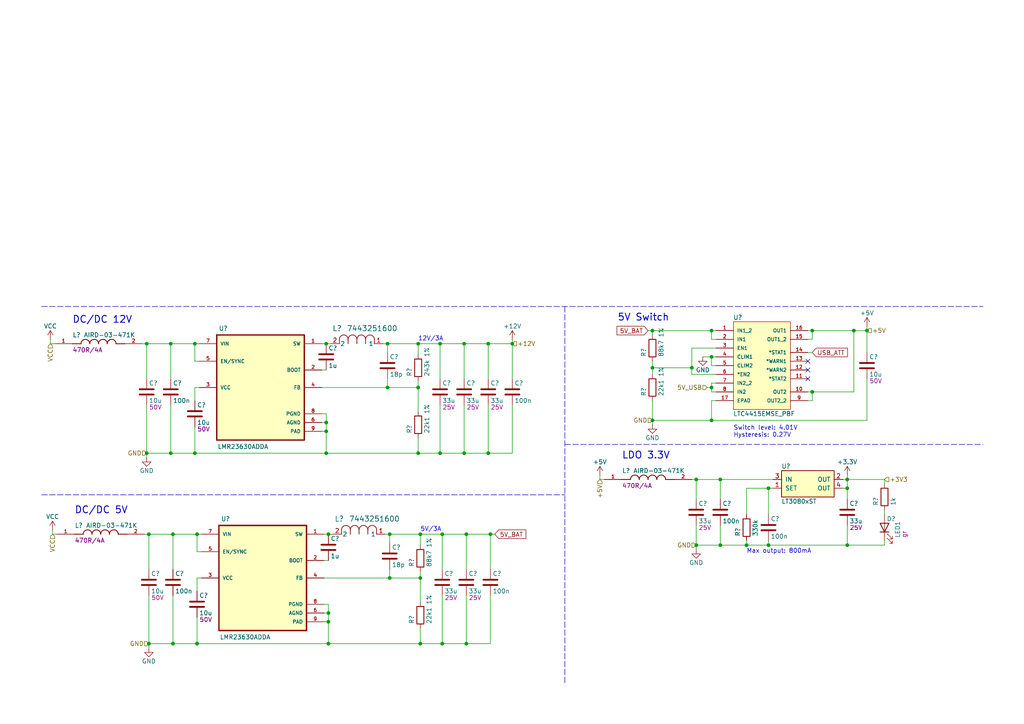
<source format=kicad_sch>
(kicad_sch (version 20211123) (generator eeschema)
  (paper "A4")
  (lib_symbols
    (symbol "2023-12-06_19-01-42:7443251600" (pin_names (offset 0.254))
      (property "Reference" "L" (at 6.985 5.08 0))
      (property "Value" "7443251600" (at 6.985 -2.54 0))
      (symbol "7443251600_1_1"
        (polyline (pts (xy 2.54 0) (xy 2.54 1.27)) (stroke (width 0.2032)))
        (polyline (pts (xy 5.08 0) (xy 5.08 1.27)) (stroke (width 0.2032)))
        (polyline (pts (xy 7.62 0) (xy 7.62 1.27)) (stroke (width 0.2032)))
        (polyline (pts (xy 10.16 0) (xy 10.16 1.27)) (stroke (width 0.2032)))
        (polyline (pts (xy 12.7 0) (xy 12.7 1.27)) (stroke (width 0.2032)))
        (arc (start 5.08 1.27) (mid 3.81 2.54) (end 2.54 1.27) (stroke (width 0.2032)))
        (arc (start 7.62 1.27) (mid 6.35 2.54) (end 5.08 1.27) (stroke (width 0.2032)))
        (arc (start 10.16 1.27) (mid 8.89 2.54) (end 7.62 1.27) (stroke (width 0.2032)))
        (arc (start 12.7 1.27) (mid 11.43 2.54) (end 10.16 1.27) (stroke (width 0.2032)))
        (pin unspecified line (at 15.24 0 180) (length 2.54) (name "1") (number "1"))
        (pin unspecified line (at 0 0 0) (length 2.54) (name "2") (number "2"))
      )
      (symbol "7443251600_1_2"
        (arc (start -1.27 5.08) (mid -2.54 3.81) (end -1.27 2.54) (stroke (width 0.2032)))
        (arc (start -1.27 7.62) (mid -2.54 6.35) (end -1.27 5.08) (stroke (width 0.2032)))
        (arc (start -1.27 10.16) (mid -2.54 8.89) (end -1.27 7.62) (stroke (width 0.2032)))
        (arc (start -1.27 12.7) (mid -2.54 11.43) (end -1.27 10.16) (stroke (width 0.2032)))
        (polyline (pts (xy 0 2.54) (xy -1.27 2.54)) (stroke (width 0.2032)))
        (polyline (pts (xy 0 5.08) (xy -1.27 5.08)) (stroke (width 0.2032)))
        (polyline (pts (xy 0 7.62) (xy -1.27 7.62)) (stroke (width 0.2032)))
        (polyline (pts (xy 0 10.16) (xy -1.27 10.16)) (stroke (width 0.2032)))
        (polyline (pts (xy 0 12.7) (xy -1.27 12.7)) (stroke (width 0.2032)))
        (pin unspecified line (at 0 15.24 270) (length 2.54) (name "1") (number "1"))
        (pin unspecified line (at 0 0 90) (length 2.54) (name "2") (number "2"))
      )
    )
    (symbol "AIRD-03-471K:AIRD-03-471K" (pin_names (offset 1.016))
      (property "Reference" "L" (at -10.16 7.62 0))
      (property "Value" "AIRD-03-471K" (at -10.16 5.08 0))
      (symbol "AIRD-03-471K_0_0"
        (arc (start -2.54 0) (mid -3.81 1.27) (end -5.08 0) (stroke (width 0.254)))
        (arc (start 0 0) (mid -1.27 1.27) (end -2.54 0) (stroke (width 0.254)))
        (polyline (pts (xy -5.08 0) (xy -7.62 0)) (stroke (width 0.254)))
        (polyline (pts (xy 5.08 0) (xy 7.62 0)) (stroke (width 0.254)))
        (arc (start 2.54 0) (mid 1.27 1.27) (end 0 0) (stroke (width 0.254)))
        (arc (start 5.08 0) (mid 3.81 1.27) (end 2.54 0) (stroke (width 0.254)))
        (pin passive line (at -12.7 0 0) (length 5.08) (name "~") (number "1"))
        (pin passive line (at 12.7 0 180) (length 5.08) (name "~") (number "2"))
      )
    )
    (symbol "Device:C" (pin_numbers hide) (pin_names (offset 0.254))
      (property "Reference" "C" (at 0.635 2.54 0))
      (property "Value" "C" (at 0.635 -2.54 0))
      (symbol "C_0_1"
        (polyline (pts (xy -2.032 -0.762) (xy 2.032 -0.762)) (stroke (width 0.508)))
        (polyline (pts (xy -2.032 0.762) (xy 2.032 0.762)) (stroke (width 0.508)))
      )
      (symbol "C_1_1"
        (pin passive line (at 0 3.81 270) (length 2.794) (name "~") (number "1"))
        (pin passive line (at 0 -3.81 90) (length 2.794) (name "~") (number "2"))
      )
    )
    (symbol "Device:LED" (pin_numbers hide) (pin_names (offset 1.016) hide)
      (property "Reference" "D" (at 0 2.54 0))
      (property "Value" "LED" (at 0 -2.54 0))
      (symbol "LED_0_1"
        (polyline (pts (xy -1.27 -1.27) (xy -1.27 1.27)) (stroke (width 0.254)))
        (polyline (pts (xy -1.27 0) (xy 1.27 0)))
        (polyline (pts (xy 1.27 -1.27) (xy 1.27 1.27) (xy -1.27 0) (xy 1.27 -1.27)) (stroke (width 0.254)))
        (polyline (pts (xy -3.048 -0.762) (xy -4.572 -2.286) (xy -3.81 -2.286) (xy -4.572 -2.286) (xy -4.572 -1.524)))
        (polyline (pts (xy -1.778 -0.762) (xy -3.302 -2.286) (xy -2.54 -2.286) (xy -3.302 -2.286) (xy -3.302 -1.524)))
      )
      (symbol "LED_1_1"
        (pin passive line (at -3.81 0 0) (length 2.54) (name "K") (number "1"))
        (pin passive line (at 3.81 0 180) (length 2.54) (name "A") (number "2"))
      )
    )
    (symbol "Device:R" (pin_numbers hide) (pin_names (offset 0))
      (property "Reference" "R" (at 2.032 0 90))
      (property "Value" "R" (at 0 0 90))
      (symbol "R_0_1"
        (rectangle (start -1.016 -2.54) (end 1.016 2.54) (stroke (width 0.254)))
      )
      (symbol "R_1_1"
        (pin passive line (at 0 3.81 270) (length 1.27) (name "~") (number "1"))
        (pin passive line (at 0 -3.81 90) (length 1.27) (name "~") (number "2"))
      )
    )
    (symbol "LMR23630ADDA:LMR23630ADDA" (pin_names (offset 1.016))
      (property "Reference" "U?" (at 0 20.955 0))
      (property "Value" "LMR23630ADDA" (at 0 18.415 0))
      (symbol "LMR23630ADDA_0_0"
        (rectangle (start -12.7 -15.24) (end 12.7 15.24) (stroke (width 0.41)) (fill (type background)))
        (pin output line (at 17.78 12.7 180) (length 5.08) (name "SW") (number "1"))
        (pin power_in line (at 17.78 5.08 180) (length 5.08) (name "BOOT") (number "2"))
        (pin output line (at -17.78 0 0) (length 5.08) (name "VCC") (number "3"))
        (pin input line (at 17.78 0 180) (length 5.08) (name "FB") (number "4"))
        (pin input line (at -17.78 7.62 0) (length 5.08) (name "EN/SYNC") (number "5"))
        (pin power_in line (at 17.78 -10.16 180) (length 5.08) (name "AGND") (number "6"))
        (pin input line (at -17.78 12.7 0) (length 5.08) (name "VIN") (number "7"))
        (pin power_in line (at 17.78 -7.62 180) (length 5.08) (name "PGND") (number "8"))
        (pin power_in line (at 17.78 -12.7 180) (length 5.08) (name "PAD") (number "9"))
      )
    )
    (symbol "LTC4415EMSE_PBF:LTC4415EMSE_PBF" (pin_names (offset 1.016))
      (property "Reference" "U?" (at 8.89 3.81 0))
      (property "Value" "LTC4415EMSE_PBF" (at 16.51 -24.13 0))
      (symbol "LTC4415EMSE_PBF_0_0"
        (rectangle (start 7.62 2.54) (end 24.13 -22.86) (stroke (width 0.1524)) (fill (type background)))
        (pin input line (at 2.54 0 0) (length 5.08) (name "IN1_2") (number "1"))
        (pin output line (at 29.21 -17.78 180) (length 5.08) (name "OUT2") (number "10"))
        (pin output line (at 29.21 -13.97 180) (length 5.08) (name "*STAT2") (number "11"))
        (pin output line (at 29.21 -11.43 180) (length 5.08) (name "*WARN2") (number "12"))
        (pin output line (at 29.21 -8.89 180) (length 5.08) (name "*WARN1") (number "13"))
        (pin output line (at 29.21 -6.35 180) (length 5.08) (name "*STAT1") (number "14"))
        (pin output line (at 29.21 -2.54 180) (length 5.08) (name "OUT1_2") (number "15"))
        (pin output line (at 29.21 0 180) (length 5.08) (name "OUT1") (number "16"))
        (pin passive line (at 2.54 -20.32 0) (length 5.08) (name "EPAD") (number "17"))
        (pin input line (at 2.54 -2.54 0) (length 5.08) (name "IN1") (number "2"))
        (pin input line (at 2.54 -5.08 0) (length 5.08) (name "EN1") (number "3"))
        (pin passive line (at 2.54 -7.62 0) (length 5.08) (name "CLIM1") (number "4"))
        (pin passive line (at 2.54 -10.16 0) (length 5.08) (name "CLIM2") (number "5"))
        (pin input line (at 2.54 -12.7 0) (length 5.08) (name "*EN2") (number "6"))
        (pin input line (at 2.54 -15.24 0) (length 5.08) (name "IN2_2") (number "7"))
        (pin input line (at 2.54 -17.78 0) (length 5.08) (name "IN2") (number "8"))
        (pin output line (at 29.21 -20.32 180) (length 5.08) (name "OUT2_2") (number "9"))
      )
    )
    (symbol "Regulator_Linear:LT3080xST" (pin_names (offset 1.016))
      (property "Reference" "U" (at -6.35 3.81 0))
      (property "Value" "LT3080xST" (at 7.874 3.81 0))
      (symbol "LT3080xST_0_1"
        (rectangle (start -7.62 2.54) (end 7.62 -5.08) (stroke (width 0.254)) (fill (type background)))
      )
      (symbol "LT3080xST_1_1"
        (pin input line (at -10.16 -2.54 0) (length 2.54) (name "SET") (number "1"))
        (pin power_out line (at 10.16 0 180) (length 2.54) (name "OUT") (number "2"))
        (pin power_in line (at -10.16 0 0) (length 2.54) (name "IN") (number "3"))
        (pin power_out line (at 10.16 -2.54 180) (length 2.54) (name "OUT") (number "4"))
      )
    )
    (symbol "power:+12V" (power) (pin_names (offset 0))
      (property "Value" "+12V" (at 0 3.556 0))
      (symbol "+12V_0_1"
        (polyline (pts (xy -0.762 1.27) (xy 0 2.54)))
        (polyline (pts (xy 0 0) (xy 0 2.54)))
        (polyline (pts (xy 0 2.54) (xy 0.762 1.27)))
      )
      (symbol "+12V_1_1"
        (pin power_in line (at 0 0 90) (length 0) hide (name "+12V") (number "1"))
      )
    )
    (symbol "power:+3.3V" (power) (pin_names (offset 0))
      (property "Value" "+3.3V" (at 0 3.556 0))
      (symbol "+3.3V_0_1"
        (polyline (pts (xy -0.762 1.27) (xy 0 2.54)))
        (polyline (pts (xy 0 0) (xy 0 2.54)))
        (polyline (pts (xy 0 2.54) (xy 0.762 1.27)))
      )
      (symbol "+3.3V_1_1"
        (pin power_in line (at 0 0 90) (length 0) hide (name "+3.3V") (number "1"))
      )
    )
    (symbol "power:+5V" (power) (pin_names (offset 0))
      (property "Value" "+5V" (at 0 3.556 0))
      (symbol "+5V_0_1"
        (polyline (pts (xy -0.762 1.27) (xy 0 2.54)))
        (polyline (pts (xy 0 0) (xy 0 2.54)))
        (polyline (pts (xy 0 2.54) (xy 0.762 1.27)))
      )
      (symbol "+5V_1_1"
        (pin power_in line (at 0 0 90) (length 0) hide (name "+5V") (number "1"))
      )
    )
    (symbol "power:GND" (power) (pin_names (offset 0))
      (property "Value" "GND" (at 0 -3.81 0))
      (symbol "GND_0_1"
        (polyline (pts (xy 0 0) (xy 0 -1.27) (xy 1.27 -1.27) (xy 0 -2.54) (xy -1.27 -1.27) (xy 0 -1.27)))
      )
      (symbol "GND_1_1"
        (pin power_in line (at 0 0 270) (length 0) hide (name "GND") (number "1"))
      )
    )
    (symbol "power:VCC" (power) (pin_names (offset 0))
      (property "Value" "VCC" (at 0 3.81 0))
      (symbol "VCC_0_1"
        (polyline (pts (xy -0.762 1.27) (xy 0 2.54)))
        (polyline (pts (xy 0 0) (xy 0 2.54)))
        (polyline (pts (xy 0 2.54) (xy 0.762 1.27)))
      )
      (symbol "VCC_1_1"
        (pin power_in line (at 0 0 90) (length 0) hide (name "VCC") (number "1"))
      )
    )
  )
  (junction (at 121.285 112.395))
  (junction (at 245.745 158.115))
  (junction (at 121.285 99.695))
  (junction (at 222.885 141.605))
  (junction (at 189.23 106.68))
  (junction (at 208.915 158.115))
  (junction (at 49.53 99.695))
  (junction (at 56.515 131.445))
  (junction (at 134.62 131.445))
  (junction (at 113.03 167.64))
  (junction (at 245.745 139.065))
  (junction (at 121.285 131.445))
  (junction (at 206.375 112.395))
  (junction (at 206.375 121.92))
  (junction (at 49.53 131.445))
  (junction (at 128.27 154.94))
  (junction (at 206.375 103.505))
  (junction (at 94.615 131.445))
  (junction (at 135.255 186.69))
  (junction (at 235.585 95.885))
  (junction (at 247.65 95.885))
  (junction (at 201.93 158.115))
  (junction (at 95.25 154.94))
  (junction (at 134.62 99.695))
  (junction (at 43.18 186.69))
  (junction (at 42.545 99.695))
  (junction (at 94.615 125.095))
  (junction (at 121.92 167.64))
  (junction (at 94.615 122.555))
  (junction (at 57.15 154.94))
  (junction (at 235.585 113.665))
  (junction (at 141.605 131.445))
  (junction (at 206.375 95.885))
  (junction (at 128.27 186.69))
  (junction (at 56.515 99.695))
  (junction (at 189.23 121.92))
  (junction (at 189.23 95.885))
  (junction (at 121.92 186.69))
  (junction (at 135.255 154.94))
  (junction (at 43.18 154.94))
  (junction (at 50.165 154.94))
  (junction (at 95.25 177.8))
  (junction (at 142.24 154.94))
  (junction (at 251.46 95.885))
  (junction (at 148.59 99.695))
  (junction (at 112.395 112.395))
  (junction (at 121.92 154.94))
  (junction (at 201.93 139.065))
  (junction (at 112.395 99.695))
  (junction (at 222.885 158.115))
  (junction (at 95.25 186.69))
  (junction (at 245.745 141.605))
  (junction (at 42.545 131.445))
  (junction (at 127.635 99.695))
  (junction (at 208.915 139.065))
  (junction (at 200.66 106.68))
  (junction (at 216.535 158.115))
  (junction (at 50.165 186.69))
  (junction (at 95.25 180.34))
  (junction (at 141.605 99.695))
  (junction (at 94.615 99.695))
  (junction (at 113.03 154.94))
  (junction (at 127.635 131.445))
  (junction (at 57.15 186.69))
  (no_connect (at 234.315 109.855))
  (no_connect (at 234.315 104.775))
  (no_connect (at 234.315 107.315))
  (wire (pts (xy 189.23 121.92) (xy 206.375 121.92)))
  (wire (pts (xy 42.545 117.475) (xy 42.545 131.445)))
  (wire (pts (xy 256.54 140.335) (xy 256.54 139.065)))
  (wire (pts (xy 57.785 104.775) (xy 56.515 104.775)))
  (wire (pts (xy 205.105 112.395) (xy 206.375 112.395)))
  (wire (pts (xy 142.24 165.1) (xy 142.24 154.94)))
  (polyline (pts (xy 12.065 143.51) (xy 163.83 143.51)))
  (wire (pts (xy 57.15 167.64) (xy 57.15 171.45)))
  (wire (pts (xy 148.59 131.445) (xy 141.605 131.445)))
  (wire (pts (xy 251.46 109.855) (xy 251.46 121.92)))
  (wire (pts (xy 245.745 141.605) (xy 245.745 144.78)))
  (wire (pts (xy 121.285 99.695) (xy 112.395 99.695)))
  (wire (pts (xy 50.165 172.72) (xy 50.165 186.69)))
  (wire (pts (xy 251.46 94.615) (xy 251.46 95.885)))
  (wire (pts (xy 93.345 125.095) (xy 94.615 125.095)))
  (wire (pts (xy 94.615 122.555) (xy 94.615 125.095)))
  (wire (pts (xy 222.885 156.845) (xy 222.885 158.115)))
  (wire (pts (xy 112.395 112.395) (xy 121.285 112.395)))
  (wire (pts (xy 49.53 131.445) (xy 56.515 131.445)))
  (wire (pts (xy 245.745 139.065) (xy 245.745 141.605)))
  (wire (pts (xy 113.03 154.94) (xy 113.03 157.48)))
  (wire (pts (xy 57.785 112.395) (xy 56.515 112.395)))
  (wire (pts (xy 206.375 95.885) (xy 207.645 95.885)))
  (wire (pts (xy 93.345 120.015) (xy 94.615 120.015)))
  (wire (pts (xy 127.635 131.445) (xy 121.285 131.445)))
  (wire (pts (xy 207.645 103.505) (xy 206.375 103.505)))
  (wire (pts (xy 201.93 152.4) (xy 201.93 158.115)))
  (wire (pts (xy 134.62 99.695) (xy 134.62 109.855)))
  (wire (pts (xy 235.585 95.885) (xy 247.65 95.885)))
  (wire (pts (xy 235.585 116.205) (xy 235.585 113.665)))
  (polyline (pts (xy 12.065 88.9) (xy 285.115 88.9)))
  (wire (pts (xy 14.605 99.695) (xy 15.875 99.695)))
  (wire (pts (xy 234.315 98.425) (xy 235.585 98.425)))
  (wire (pts (xy 56.515 99.695) (xy 57.785 99.695)))
  (wire (pts (xy 95.25 186.69) (xy 57.15 186.69)))
  (wire (pts (xy 189.23 121.92) (xy 189.23 123.19)))
  (wire (pts (xy 206.375 113.665) (xy 207.645 113.665)))
  (wire (pts (xy 112.395 99.695) (xy 112.395 102.235)))
  (wire (pts (xy 58.42 167.64) (xy 57.15 167.64)))
  (wire (pts (xy 216.535 156.845) (xy 216.535 158.115)))
  (wire (pts (xy 189.23 95.885) (xy 206.375 95.885)))
  (wire (pts (xy 142.24 186.69) (xy 135.255 186.69)))
  (wire (pts (xy 235.585 95.885) (xy 234.315 95.885)))
  (wire (pts (xy 208.915 139.065) (xy 208.915 144.78)))
  (wire (pts (xy 251.46 102.235) (xy 251.46 95.885)))
  (wire (pts (xy 128.27 186.69) (xy 121.92 186.69)))
  (wire (pts (xy 15.24 153.67) (xy 15.24 154.94)))
  (wire (pts (xy 111.125 99.695) (xy 112.395 99.695)))
  (wire (pts (xy 93.98 154.94) (xy 95.25 154.94)))
  (wire (pts (xy 207.645 116.205) (xy 206.375 116.205)))
  (wire (pts (xy 95.25 177.8) (xy 95.25 180.34)))
  (wire (pts (xy 208.915 139.065) (xy 201.93 139.065)))
  (wire (pts (xy 142.24 154.94) (xy 135.255 154.94)))
  (wire (pts (xy 206.375 106.045) (xy 207.645 106.045)))
  (wire (pts (xy 128.27 172.72) (xy 128.27 186.69)))
  (polyline (pts (xy 163.83 128.905) (xy 285.115 128.905)))
  (wire (pts (xy 49.53 99.695) (xy 49.53 109.855)))
  (wire (pts (xy 57.15 154.94) (xy 58.42 154.94)))
  (wire (pts (xy 128.27 154.94) (xy 121.92 154.94)))
  (wire (pts (xy 189.23 116.205) (xy 189.23 121.92)))
  (wire (pts (xy 121.92 167.64) (xy 121.92 174.625)))
  (wire (pts (xy 256.54 156.845) (xy 256.54 158.115)))
  (wire (pts (xy 50.165 186.69) (xy 57.15 186.69)))
  (wire (pts (xy 256.54 147.955) (xy 256.54 149.225)))
  (wire (pts (xy 135.255 186.69) (xy 128.27 186.69)))
  (wire (pts (xy 148.59 99.695) (xy 141.605 99.695)))
  (wire (pts (xy 93.98 167.64) (xy 113.03 167.64)))
  (wire (pts (xy 245.745 139.065) (xy 244.475 139.065)))
  (wire (pts (xy 235.585 113.665) (xy 247.65 113.665)))
  (wire (pts (xy 208.915 139.065) (xy 224.155 139.065)))
  (wire (pts (xy 121.285 102.87) (xy 121.285 99.695)))
  (wire (pts (xy 207.645 108.585) (xy 200.66 108.585)))
  (wire (pts (xy 121.92 154.94) (xy 113.03 154.94)))
  (wire (pts (xy 206.375 116.205) (xy 206.375 121.92)))
  (wire (pts (xy 93.345 122.555) (xy 94.615 122.555)))
  (wire (pts (xy 94.615 99.695) (xy 95.885 99.695)))
  (wire (pts (xy 95.25 154.94) (xy 96.52 154.94)))
  (wire (pts (xy 245.745 137.795) (xy 245.745 139.065)))
  (wire (pts (xy 234.315 102.235) (xy 235.585 102.235)))
  (wire (pts (xy 42.545 131.445) (xy 42.545 132.715)))
  (wire (pts (xy 93.98 177.8) (xy 95.25 177.8)))
  (wire (pts (xy 43.18 154.94) (xy 43.18 165.1)))
  (wire (pts (xy 95.25 175.26) (xy 95.25 177.8)))
  (wire (pts (xy 142.24 172.72) (xy 142.24 186.69)))
  (wire (pts (xy 94.615 131.445) (xy 56.515 131.445)))
  (wire (pts (xy 222.885 141.605) (xy 224.155 141.605)))
  (wire (pts (xy 42.545 99.695) (xy 42.545 109.855)))
  (wire (pts (xy 121.285 127) (xy 121.285 131.445)))
  (wire (pts (xy 216.535 141.605) (xy 222.885 141.605)))
  (wire (pts (xy 134.62 117.475) (xy 134.62 131.445)))
  (wire (pts (xy 134.62 99.695) (xy 127.635 99.695)))
  (wire (pts (xy 93.98 175.26) (xy 95.25 175.26)))
  (wire (pts (xy 216.535 141.605) (xy 216.535 149.225)))
  (wire (pts (xy 222.885 141.605) (xy 222.885 149.225)))
  (wire (pts (xy 121.92 186.69) (xy 95.25 186.69)))
  (wire (pts (xy 50.165 154.94) (xy 50.165 165.1)))
  (wire (pts (xy 42.545 99.695) (xy 49.53 99.695)))
  (wire (pts (xy 43.18 186.69) (xy 50.165 186.69)))
  (wire (pts (xy 141.605 117.475) (xy 141.605 131.445)))
  (wire (pts (xy 206.375 98.425) (xy 206.375 95.885)))
  (wire (pts (xy 201.93 158.115) (xy 208.915 158.115)))
  (wire (pts (xy 207.645 98.425) (xy 206.375 98.425)))
  (wire (pts (xy 127.635 117.475) (xy 127.635 131.445)))
  (wire (pts (xy 148.59 99.695) (xy 148.59 98.425)))
  (wire (pts (xy 208.915 152.4) (xy 208.915 158.115)))
  (wire (pts (xy 222.885 158.115) (xy 245.745 158.115)))
  (wire (pts (xy 189.23 104.775) (xy 189.23 106.68)))
  (wire (pts (xy 206.375 112.395) (xy 206.375 113.665)))
  (wire (pts (xy 14.605 98.425) (xy 14.605 99.695)))
  (wire (pts (xy 56.515 123.825) (xy 56.515 131.445)))
  (wire (pts (xy 93.345 107.315) (xy 94.615 107.315)))
  (wire (pts (xy 148.59 109.855) (xy 148.59 99.695)))
  (wire (pts (xy 93.98 162.56) (xy 95.25 162.56)))
  (wire (pts (xy 251.46 121.92) (xy 206.375 121.92)))
  (wire (pts (xy 189.23 95.885) (xy 189.23 97.155)))
  (wire (pts (xy 235.585 98.425) (xy 235.585 95.885)))
  (wire (pts (xy 247.65 113.665) (xy 247.65 95.885)))
  (wire (pts (xy 201.93 139.065) (xy 201.93 144.78)))
  (wire (pts (xy 113.03 167.64) (xy 121.92 167.64)))
  (wire (pts (xy 216.535 158.115) (xy 222.885 158.115)))
  (wire (pts (xy 121.92 182.245) (xy 121.92 186.69)))
  (wire (pts (xy 256.54 158.115) (xy 245.745 158.115)))
  (wire (pts (xy 56.515 104.775) (xy 56.515 99.695)))
  (wire (pts (xy 200.66 108.585) (xy 200.66 106.68)))
  (wire (pts (xy 121.285 112.395) (xy 121.285 119.38)))
  (wire (pts (xy 200.66 100.965) (xy 200.66 106.68)))
  (wire (pts (xy 57.15 160.02) (xy 57.15 154.94)))
  (wire (pts (xy 93.345 99.695) (xy 94.615 99.695)))
  (wire (pts (xy 93.345 112.395) (xy 112.395 112.395)))
  (wire (pts (xy 43.18 186.69) (xy 43.18 187.96)))
  (wire (pts (xy 142.24 154.94) (xy 143.51 154.94)))
  (wire (pts (xy 121.285 110.49) (xy 121.285 112.395)))
  (wire (pts (xy 206.375 103.505) (xy 206.375 106.045)))
  (wire (pts (xy 56.515 112.395) (xy 56.515 116.205)))
  (wire (pts (xy 189.23 106.68) (xy 200.66 106.68)))
  (wire (pts (xy 235.585 113.665) (xy 234.315 113.665)))
  (wire (pts (xy 251.46 95.885) (xy 247.65 95.885)))
  (wire (pts (xy 121.285 131.445) (xy 94.615 131.445)))
  (wire (pts (xy 206.375 111.125) (xy 206.375 112.395)))
  (wire (pts (xy 141.605 131.445) (xy 134.62 131.445)))
  (wire (pts (xy 148.59 117.475) (xy 148.59 131.445)))
  (wire (pts (xy 43.18 172.72) (xy 43.18 186.69)))
  (wire (pts (xy 41.275 99.695) (xy 42.545 99.695)))
  (wire (pts (xy 94.615 120.015) (xy 94.615 122.555)))
  (wire (pts (xy 200.66 139.065) (xy 201.93 139.065)))
  (wire (pts (xy 206.375 103.505) (xy 203.835 103.505)))
  (wire (pts (xy 201.93 158.115) (xy 201.93 159.385)))
  (wire (pts (xy 135.255 172.72) (xy 135.255 186.69)))
  (wire (pts (xy 173.99 137.795) (xy 173.99 139.065)))
  (wire (pts (xy 187.96 95.885) (xy 189.23 95.885)))
  (wire (pts (xy 189.23 106.68) (xy 189.23 108.585)))
  (wire (pts (xy 112.395 109.855) (xy 112.395 112.395)))
  (wire (pts (xy 134.62 131.445) (xy 127.635 131.445)))
  (wire (pts (xy 200.66 100.965) (xy 207.645 100.965)))
  (wire (pts (xy 175.26 139.065) (xy 173.99 139.065)))
  (wire (pts (xy 49.53 99.695) (xy 56.515 99.695)))
  (wire (pts (xy 135.255 165.1) (xy 135.255 154.94)))
  (wire (pts (xy 95.25 180.34) (xy 95.25 186.69)))
  (wire (pts (xy 43.18 154.94) (xy 50.165 154.94)))
  (wire (pts (xy 94.615 125.095) (xy 94.615 131.445)))
  (wire (pts (xy 121.92 158.115) (xy 121.92 154.94)))
  (wire (pts (xy 42.545 131.445) (xy 49.53 131.445)))
  (wire (pts (xy 49.53 117.475) (xy 49.53 131.445)))
  (wire (pts (xy 135.255 154.94) (xy 128.27 154.94)))
  (wire (pts (xy 141.605 109.855) (xy 141.605 99.695)))
  (wire (pts (xy 111.76 154.94) (xy 113.03 154.94)))
  (wire (pts (xy 245.745 152.4) (xy 245.745 158.115)))
  (wire (pts (xy 207.645 111.125) (xy 206.375 111.125)))
  (wire (pts (xy 244.475 141.605) (xy 245.745 141.605)))
  (wire (pts (xy 57.15 179.07) (xy 57.15 186.69)))
  (wire (pts (xy 113.03 165.1) (xy 113.03 167.64)))
  (polyline (pts (xy 163.83 88.9) (xy 163.83 198.12)))
  (wire (pts (xy 50.165 154.94) (xy 57.15 154.94)))
  (wire (pts (xy 128.27 165.1) (xy 128.27 154.94)))
  (wire (pts (xy 245.745 139.065) (xy 256.54 139.065)))
  (wire (pts (xy 121.92 165.735) (xy 121.92 167.64)))
  (wire (pts (xy 15.24 154.94) (xy 16.51 154.94)))
  (wire (pts (xy 234.315 116.205) (xy 235.585 116.205)))
  (wire (pts (xy 41.91 154.94) (xy 43.18 154.94)))
  (wire (pts (xy 127.635 99.695) (xy 121.285 99.695)))
  (wire (pts (xy 58.42 160.02) (xy 57.15 160.02)))
  (wire (pts (xy 208.915 158.115) (xy 216.535 158.115)))
  (wire (pts (xy 93.98 180.34) (xy 95.25 180.34)))
  (wire (pts (xy 127.635 109.855) (xy 127.635 99.695)))
  (wire (pts (xy 141.605 99.695) (xy 134.62 99.695)))
  (text "DC/DC 12V" (at 20.955 93.98 0) (effects (font (size 2 2) (thickness 0.254) bold) (justify left bottom)))
  (text "12V/3A" (at 121.285 99.06 0) (effects (font (size 1.27 1.27)) (justify left bottom)))
  (text "DC/DC 5V" (at 21.59 149.225 0) (effects (font (size 2 2) (thickness 0.254) bold) (justify left bottom)))
  (text "5V Switch" (at 179.07 93.345 0) (effects (font (size 2 2) (thickness 0.254) bold) (justify left bottom)))
  (text "5V/3A" (at 121.92 154.305 0) (effects (font (size 1.27 1.27)) (justify left bottom)))
  (text "Max output: 800mA" (at 216.535 160.655 0) (effects (font (size 1.27 1.27)) (justify left bottom)))
  (text "LDO 3.3V\n" (at 180.34 133.35 0) (effects (font (size 2 2) (thickness 0.254) bold) (justify left bottom)))
  (text "Switch level: 4.01V\nHysteresis: 0.27V" (at 212.725 127 0) (effects (font (size 1.27 1.27)) (justify left bottom)))
  (global_label "5V_BAT" (shape input) (at 187.96 95.885 180) (property "Intersheet References" "${INTERSHEET_REFS}" (effects hide)))
  (global_label "5V_BAT" (shape input) (at 143.51 154.94 0) (property "Intersheet References" "${INTERSHEET_REFS}" (effects hide)))
  (global_label "USB_ATT" (shape input) (at 235.585 102.235 0) (property "Intersheet References" "${INTERSHEET_REFS}" (effects hide)))
  (hierarchical_label "+5V" (shape input) (at 251.46 95.885 0))
  (hierarchical_label "GND" (shape input) (at 42.545 131.445 180))
  (hierarchical_label "+3V3" (shape input) (at 256.54 139.065 0))
  (hierarchical_label "+12V" (shape input) (at 148.59 99.695 0))
  (hierarchical_label "GND" (shape input) (at 201.93 158.115 180))
  (hierarchical_label "GND" (shape input) (at 189.23 121.92 180))
  (hierarchical_label "VCC" (shape input) (at 14.605 99.695 270))
  (hierarchical_label "5V_USB" (shape input) (at 205.105 112.395 180))
  (hierarchical_label "VCC" (shape input) (at 15.24 154.94 270))
  (hierarchical_label "+5V" (shape input) (at 173.99 139.065 270))
  (hierarchical_label "GND" (shape input) (at 43.18 186.69 180))
  (symbol (lib_id "Device:C") (at 148.59 113.665 0) (unit 1)
    (property "Reference" "C?" (at 149.225 111.125 0) (effects (justify left)))
    (property "Value" "100n" (at 149.225 116.2049 0) (effects (justify left)))
  )
  (symbol (lib_id "AIRD-03-471K:AIRD-03-471K") (at 187.96 139.065 0) (unit 1)
    (property "Reference" "L?" (at 181.61 136.525 0))
    (property "Value" "AIRD-03-471K" (at 191.135 136.525 0))
    (property "Footprint" "AIRD-03-471K:INDRD2200W220D2800H2100" (effects hide))
    (property "MF" "Abracon" (effects hide))
    (property "MAXIMUM_PACKAGE_HEIGHT" "21.0 mm" (effects hide))
    (property "Package" "Radial Abracon" (effects hide))
    (property "Price" "None" (effects hide))
    (property "Check_prices" "https://www.snapeda.com/parts/AIRD-03-471K/Abracon/view-part/?ref=eda" (effects hide))
    (property "STANDARD" "IPC-7351B" (effects hide))
    (property "PARTREV" "07.31.12" (effects hide))
    (property "SnapEDA_Link" "https://www.snapeda.com/parts/AIRD-03-471K/Abracon/view-part/?ref=snap" (effects hide))
    (property "MP" "AIRD-03-471K" (effects hide))
    (property "Purchase-URL" "https://www.snapeda.com/api/url_track_click_mouser/?unipart_id=1538508&manufacturer=Abracon&part_name=AIRD-03-471K&search_term= aird-03-471k" (effects hide))
    (property "Description" "470R/4A" (at 184.785 141.605 0) (effects (justify bottom)))
    (property "Availability" "In Stock" (effects hide))
    (property "MANUFACTURER" "Abracon" (effects hide))
  )
  (symbol (lib_id "power:GND") (at 43.18 187.96 0) (unit 1)
    (property "Reference" "#PWR?" (effects hide))
    (property "Value" "GND" (at 43.18 191.77 0))
  )
  (symbol (lib_id "Device:C") (at 56.515 120.015 0) (unit 1)
    (property "Reference" "C?" (at 57.15 117.475 0) (effects (justify left)))
    (property "Value" "10u" (at 57.15 122.5549 0) (effects (justify left)))
    (property "Voltage" "50V" (at 59.055 124.46 0))
  )
  (symbol (lib_id "Device:R") (at 121.92 161.925 0) (unit 1)
    (property "Reference" "R?" (at 119.38 164.465 90) (effects (justify left)))
    (property "Value" "88k7 1%" (at 124.46 164.465 90) (effects (justify left)))
  )
  (symbol (lib_id "Device:C") (at 43.18 168.91 0) (unit 1)
    (property "Reference" "C?" (at 43.815 166.37 0) (effects (justify left)))
    (property "Value" "10u" (at 43.815 171.4499 0) (effects (justify left)))
    (property "Voltage" "50V" (at 45.72 173.355 0))
  )
  (symbol (lib_id "power:+3.3V") (at 245.745 137.795 0) (unit 1)
    (property "Reference" "#PWR?" (effects hide))
    (property "Value" "+3.3V" (at 245.745 133.985 0))
  )
  (symbol (lib_id "power:+5V") (at 251.46 94.615 0) (unit 1)
    (property "Reference" "#PWR?" (effects hide))
    (property "Value" "+5V" (at 251.46 90.805 0))
  )
  (symbol (lib_id "Device:C") (at 50.165 168.91 0) (unit 1)
    (property "Reference" "C?" (at 50.8 166.37 0) (effects (justify left)))
    (property "Value" "100n" (at 50.8 171.4499 0) (effects (justify left)))
  )
  (symbol (lib_id "Device:C") (at 134.62 113.665 0) (unit 1)
    (property "Reference" "C?" (at 135.255 111.125 0) (effects (justify left)))
    (property "Value" "33u" (at 135.255 116.2049 0) (effects (justify left)))
    (property "Voltage" "25V" (at 137.16 118.11 0))
  )
  (symbol (lib_id "Device:R") (at 121.92 178.435 0) (unit 1)
    (property "Reference" "R?" (at 119.38 180.975 90) (effects (justify left)))
    (property "Value" "22k1 1%" (at 124.46 180.975 90) (effects (justify left)))
  )
  (symbol (lib_id "Device:C") (at 201.93 148.59 0) (unit 1)
    (property "Reference" "C?" (at 202.565 146.05 0) (effects (justify left)))
    (property "Value" "33u" (at 202.565 151.1299 0) (effects (justify left)))
    (property "Voltage" "25V" (at 204.47 153.035 0))
  )
  (symbol (lib_id "2023-12-06_19-01-42:7443251600") (at 95.885 99.695 0) (unit 1)
    (property "Reference" "L?" (at 97.79 95.25 0) (effects (font (size 1.524 1.524))))
    (property "Value" "7443251600" (at 107.95 95.25 0) (effects (font (size 1.524 1.524))))
    (property "Footprint" "IND_1050-WE-HCI_WRE" (effects hide))
    (property "Datasheet" "7443251600" (effects hide))
  )
  (symbol (lib_id "Device:C") (at 127.635 113.665 0) (unit 1)
    (property "Reference" "C?" (at 128.27 111.125 0) (effects (justify left)))
    (property "Value" "33u" (at 128.27 116.2049 0) (effects (justify left)))
    (property "Voltage" "25V" (at 130.175 118.11 0))
  )
  (symbol (lib_id "Device:R") (at 189.23 112.395 0) (unit 1)
    (property "Reference" "R?" (at 186.69 114.935 90) (effects (justify left)))
    (property "Value" "22k1 1%" (at 191.77 114.935 90) (effects (justify left)))
  )
  (symbol (lib_id "AIRD-03-471K:AIRD-03-471K") (at 29.21 154.94 0) (unit 1)
    (property "Reference" "L?" (at 22.86 152.4 0))
    (property "Value" "AIRD-03-471K" (at 32.385 152.4 0))
    (property "Footprint" "AIRD-03-471K:INDRD2200W220D2800H2100" (effects hide))
    (property "MF" "Abracon" (effects hide))
    (property "MAXIMUM_PACKAGE_HEIGHT" "21.0 mm" (effects hide))
    (property "Package" "Radial Abracon" (effects hide))
    (property "Price" "None" (effects hide))
    (property "Check_prices" "https://www.snapeda.com/parts/AIRD-03-471K/Abracon/view-part/?ref=eda" (effects hide))
    (property "STANDARD" "IPC-7351B" (effects hide))
    (property "PARTREV" "07.31.12" (effects hide))
    (property "SnapEDA_Link" "https://www.snapeda.com/parts/AIRD-03-471K/Abracon/view-part/?ref=snap" (effects hide))
    (property "MP" "AIRD-03-471K" (effects hide))
    (property "Purchase-URL" "https://www.snapeda.com/api/url_track_click_mouser/?unipart_id=1538508&manufacturer=Abracon&part_name=AIRD-03-471K&search_term= aird-03-471k" (effects hide))
    (property "Description" "470R/4A" (at 26.035 157.48 0) (effects (justify bottom)))
    (property "Availability" "In Stock" (effects hide))
    (property "MANUFACTURER" "Abracon" (effects hide))
  )
  (symbol (lib_id "Device:R") (at 189.23 100.965 0) (unit 1)
    (property "Reference" "R?" (at 186.69 103.505 90) (effects (justify left)))
    (property "Value" "88k7 1%" (at 191.77 103.505 90) (effects (justify left)))
  )
  (symbol (lib_id "Device:C") (at 49.53 113.665 0) (unit 1)
    (property "Reference" "C?" (at 50.165 111.125 0) (effects (justify left)))
    (property "Value" "100n" (at 50.165 116.2049 0) (effects (justify left)))
  )
  (symbol (lib_id "power:GND") (at 201.93 159.385 0) (unit 1)
    (property "Reference" "#PWR?" (effects hide))
    (property "Value" "GND" (at 201.93 163.195 0))
  )
  (symbol (lib_id "power:VCC") (at 15.24 153.67 0) (unit 1)
    (property "Reference" "#PWR?" (effects hide))
    (property "Value" "VCC" (at 15.24 149.86 0))
  )
  (symbol (lib_id "Device:C") (at 208.915 148.59 0) (unit 1)
    (property "Reference" "C?" (at 209.55 146.05 0) (effects (justify left)))
    (property "Value" "100n" (at 209.55 151.1299 0) (effects (justify left)))
  )
  (symbol (lib_id "Device:R") (at 121.285 106.68 0) (unit 1)
    (property "Reference" "R?" (at 118.745 109.22 90) (effects (justify left)))
    (property "Value" "243k 1%" (at 123.825 109.22 90) (effects (justify left)))
  )
  (symbol (lib_id "LMR23630ADDA:LMR23630ADDA") (at 76.2 167.64 0) (unit 1)
    (property "Reference" "U?" (at 65.405 150.495 0))
    (property "Value" "LMR23630ADDA" (at 71.12 184.785 0))
    (property "Footprint" "LMR23630ADDA:VREG_LM5017MR_NOPB" (effects hide))
    (property "MF" "Texas Instruments" (effects hide))
    (property "Description" "\nSIMPLE SWITCHER®, 36V 3A Synchronous Step-Down Converter\n" (effects hide))
    (property "Package" "HSOIC-8 Texas Instruments" (effects hide))
    (property "Price" "None" (effects hide))
    (property "SnapEDA_Link" "https://www.snapeda.com/parts/LMR23630ADDA/Texas+Instruments/view-part/?ref=snap" (effects hide))
    (property "MP" "LMR23630ADDA" (effects hide))
    (property "Purchase-URL" "https://www.snapeda.com/api/url_track_click_mouser/?unipart_id=567962&manufacturer=Texas Instruments&part_name=LMR23630ADDA&search_term=lmr23630adda" (effects hide))
    (property "Availability" "In Stock" (effects hide))
    (property "Check_prices" "https://www.snapeda.com/parts/LMR23630ADDA/Texas+Instruments/view-part/?ref=eda" (effects hide))
  )
  (symbol (lib_id "power:+5V") (at 173.99 137.795 0) (unit 1)
    (property "Reference" "#PWR?" (effects hide))
    (property "Value" "+5V" (at 173.99 133.985 0))
  )
  (symbol (lib_id "Device:C") (at 94.615 103.505 0) (unit 1)
    (property "Reference" "C?" (at 95.25 100.965 0) (effects (justify left)))
    (property "Value" "1u" (at 95.25 106.0449 0) (effects (justify left)))
  )
  (symbol (lib_id "Device:C") (at 113.03 161.29 0) (unit 1)
    (property "Reference" "C?" (at 113.665 158.75 0) (effects (justify left)))
    (property "Value" "18p" (at 113.665 163.8299 0) (effects (justify left)))
  )
  (symbol (lib_id "LMR23630ADDA:LMR23630ADDA") (at 75.565 112.395 0) (unit 1)
    (property "Reference" "U?" (at 64.77 95.25 0))
    (property "Value" "LMR23630ADDA" (at 70.485 129.54 0))
    (property "Footprint" "LMR23630ADDA:VREG_LM5017MR_NOPB" (effects hide))
    (property "MF" "Texas Instruments" (effects hide))
    (property "Description" "\nSIMPLE SWITCHER®, 36V 3A Synchronous Step-Down Converter\n" (effects hide))
    (property "Package" "HSOIC-8 Texas Instruments" (effects hide))
    (property "Price" "None" (effects hide))
    (property "SnapEDA_Link" "https://www.snapeda.com/parts/LMR23630ADDA/Texas+Instruments/view-part/?ref=snap" (effects hide))
    (property "MP" "LMR23630ADDA" (effects hide))
    (property "Purchase-URL" "https://www.snapeda.com/api/url_track_click_mouser/?unipart_id=567962&manufacturer=Texas Instruments&part_name=LMR23630ADDA&search_term=lmr23630adda" (effects hide))
    (property "Availability" "In Stock" (effects hide))
    (property "Check_prices" "https://www.snapeda.com/parts/LMR23630ADDA/Texas+Instruments/view-part/?ref=eda" (effects hide))
  )
  (symbol (lib_id "Device:C") (at 128.27 168.91 0) (unit 1)
    (property "Reference" "C?" (at 128.905 166.37 0) (effects (justify left)))
    (property "Value" "33u" (at 128.905 171.4499 0) (effects (justify left)))
    (property "Voltage" "25V" (at 130.81 173.355 0))
  )
  (symbol (lib_id "power:GND") (at 189.23 123.19 0) (unit 1)
    (property "Reference" "#PWR?" (effects hide))
    (property "Value" "GND" (at 189.23 127 0))
  )
  (symbol (lib_id "power:GND") (at 42.545 132.715 0) (unit 1)
    (property "Reference" "#PWR?" (effects hide))
    (property "Value" "GND" (at 42.545 136.525 0))
  )
  (symbol (lib_id "Device:LED") (at 256.54 153.035 90) (unit 1)
    (property "Reference" "D?" (at 257.175 150.495 90) (effects (justify right)))
    (property "Value" "LED1" (at 260.35 151.13 0) (effects (justify right)))
    (property "Color" "gr" (at 262.255 154.94 0))
  )
  (symbol (lib_id "Device:C") (at 141.605 113.665 0) (unit 1)
    (property "Reference" "C?" (at 142.24 111.125 0) (effects (justify left)))
    (property "Value" "33u" (at 142.24 116.2049 0) (effects (justify left)))
    (property "Voltage" "25V" (at 144.145 118.11 0))
  )
  (symbol (lib_id "Device:C") (at 245.745 148.59 0) (unit 1)
    (property "Reference" "C?" (at 246.38 146.05 0) (effects (justify left)))
    (property "Value" "33u" (at 246.38 151.1299 0) (effects (justify left)))
    (property "Voltage" "25V" (at 248.285 153.035 0))
  )
  (symbol (lib_id "power:VCC") (at 14.605 98.425 0) (unit 1)
    (property "Reference" "#PWR?" (effects hide))
    (property "Value" "VCC" (at 14.605 94.615 0))
  )
  (symbol (lib_id "Device:R") (at 121.285 123.19 0) (unit 1)
    (property "Reference" "R?" (at 118.745 125.73 90) (effects (justify left)))
    (property "Value" "22k1 1%" (at 123.825 125.73 90) (effects (justify left)))
  )
  (symbol (lib_id "AIRD-03-471K:AIRD-03-471K") (at 28.575 99.695 0) (unit 1)
    (property "Reference" "L?" (at 22.225 97.155 0))
    (property "Value" "AIRD-03-471K" (at 31.75 97.155 0))
    (property "Footprint" "AIRD-03-471K:INDRD2200W220D2800H2100" (effects hide))
    (property "MF" "Abracon" (effects hide))
    (property "MAXIMUM_PACKAGE_HEIGHT" "21.0 mm" (effects hide))
    (property "Package" "Radial Abracon" (effects hide))
    (property "Price" "None" (effects hide))
    (property "Check_prices" "https://www.snapeda.com/parts/AIRD-03-471K/Abracon/view-part/?ref=eda" (effects hide))
    (property "STANDARD" "IPC-7351B" (effects hide))
    (property "PARTREV" "07.31.12" (effects hide))
    (property "SnapEDA_Link" "https://www.snapeda.com/parts/AIRD-03-471K/Abracon/view-part/?ref=snap" (effects hide))
    (property "MP" "AIRD-03-471K" (effects hide))
    (property "Purchase-URL" "https://www.snapeda.com/api/url_track_click_mouser/?unipart_id=1538508&manufacturer=Abracon&part_name=AIRD-03-471K&search_term= aird-03-471k" (effects hide))
    (property "Description" "470R/4A" (at 25.4 102.235 0) (effects (justify bottom)))
    (property "Availability" "In Stock" (effects hide))
    (property "MANUFACTURER" "Abracon" (effects hide))
  )
  (symbol (lib_id "Device:R") (at 256.54 144.145 0) (unit 1)
    (property "Reference" "R?" (at 254 146.685 90) (effects (justify left)))
    (property "Value" "1k" (at 259.08 146.685 90) (effects (justify left)))
  )
  (symbol (lib_id "Device:C") (at 112.395 106.045 0) (unit 1)
    (property "Reference" "C?" (at 113.03 103.505 0) (effects (justify left)))
    (property "Value" "18p" (at 113.03 108.5849 0) (effects (justify left)))
  )
  (symbol (lib_id "LTC4415EMSE_PBF:LTC4415EMSE_PBF") (at 205.105 95.885 0) (unit 1)
    (property "Reference" "U?" (at 213.995 92.075 0))
    (property "Value" "LTC4415EMSE_PBF" (at 221.615 120.015 0))
    (property "Footprint" "LTC4415EMSE_PBF:MSOP-16_MSE" (effects hide))
    (property "MF" "Analog Devices" (effects hide))
    (property "VENDOR" "Linear Technology" (effects hide))
    (property "Description" "\nDual 4A Ideal Diodes with Adjustable Current Limit\n" (effects hide))
    (property "Package" "MSOP -16 Analog Devices" (effects hide))
    (property "Price" "None" (effects hide))
    (property "Check_prices" "https://www.snapeda.com/parts/LTC4415EMSE%23PBF/Analog+Devices/view-part/?ref=eda" (effects hide))
    (property "SnapEDA_Link" "https://www.snapeda.com/parts/LTC4415EMSE%23PBF/Analog+Devices/view-part/?ref=snap" (effects hide))
    (property "MP" "LTC4415EMSE#PBF" (effects hide))
    (property "Purchase-URL" "https://www.snapeda.com/api/url_track_click_mouser/?unipart_id=4339031&manufacturer=Analog Devices&part_name=LTC4415EMSE#PBF&search_term=ltc4415" (effects hide))
    (property "Availability" "In Stock" (effects hide))
    (property "MANUFACTURER_PART_NUMBER" "ltc4415emse#pbf" (effects hide))
  )
  (symbol (lib_id "Device:C") (at 222.885 153.035 0) (unit 1)
    (property "Reference" "C?" (at 223.52 150.495 0) (effects (justify left)))
    (property "Value" "100n" (at 223.52 155.5749 0) (effects (justify left)))
  )
  (symbol (lib_id "Device:C") (at 42.545 113.665 0) (unit 1)
    (property "Reference" "C?" (at 43.18 111.125 0) (effects (justify left)))
    (property "Value" "10u" (at 43.18 116.2049 0) (effects (justify left)))
    (property "Voltage" "50V" (at 45.085 118.11 0))
  )
  (symbol (lib_id "Device:C") (at 95.25 158.75 0) (unit 1)
    (property "Reference" "C?" (at 95.885 156.21 0) (effects (justify left)))
    (property "Value" "1u" (at 95.885 161.2899 0) (effects (justify left)))
  )
  (symbol (lib_id "power:GND") (at 203.835 103.505 0) (unit 1)
    (property "Reference" "#PWR?" (effects hide))
    (property "Value" "GND" (at 203.835 107.315 0))
  )
  (symbol (lib_id "Regulator_Linear:LT3080xST") (at 234.315 139.065 0) (unit 1)
    (property "Reference" "U?" (at 227.965 135.255 0))
    (property "Value" "LT3080xST" (at 231.775 145.415 0))
    (property "Footprint" "Package_TO_SOT_SMD:SOT-223" (effects hide))
    (property "Datasheet" "https://www.analog.com/media/en/technical-documentation/data-sheets/3080fc.pdf" (effects hide))
  )
  (symbol (lib_id "Device:R") (at 216.535 153.035 0) (unit 1)
    (property "Reference" "R?" (at 213.995 155.575 90) (effects (justify left)))
    (property "Value" "330k" (at 219.075 155.575 90) (effects (justify left)))
  )
  (symbol (lib_id "Device:C") (at 251.46 106.045 0) (unit 1)
    (property "Reference" "C?" (at 252.095 103.505 0) (effects (justify left)))
    (property "Value" "10u" (at 252.095 108.5849 0) (effects (justify left)))
    (property "Voltage" "50V" (at 254 110.49 0))
  )
  (symbol (lib_id "Device:C") (at 57.15 175.26 0) (unit 1)
    (property "Reference" "C?" (at 57.785 172.72 0) (effects (justify left)))
    (property "Value" "10u" (at 57.785 177.7999 0) (effects (justify left)))
    (property "Voltage" "50V" (at 59.69 179.705 0))
  )
  (symbol (lib_id "Device:C") (at 142.24 168.91 0) (unit 1)
    (property "Reference" "C?" (at 142.875 166.37 0) (effects (justify left)))
    (property "Value" "100n" (at 142.875 171.4499 0) (effects (justify left)))
  )
  (symbol (lib_id "power:+12V") (at 148.59 98.425 0) (unit 1)
    (property "Reference" "#PWR?" (effects hide))
    (property "Value" "+12V" (at 148.59 94.615 0))
  )
  (symbol (lib_id "Device:C") (at 135.255 168.91 0) (unit 1)
    (property "Reference" "C?" (at 135.89 166.37 0) (effects (justify left)))
    (property "Value" "33u" (at 135.89 171.4499 0) (effects (justify left)))
    (property "Voltage" "25V" (at 137.795 173.355 0))
  )
  (symbol (lib_id "2023-12-06_19-01-42:7443251600") (at 96.52 154.94 0) (unit 1)
    (property "Reference" "L?" (at 98.425 150.495 0) (effects (font (size 1.524 1.524))))
    (property "Value" "7443251600" (at 108.585 150.495 0) (effects (font (size 1.524 1.524))))
    (property "Footprint" "IND_1050-WE-HCI_WRE" (effects hide))
    (property "Datasheet" "7443251600" (effects hide))
  )
)
</source>
